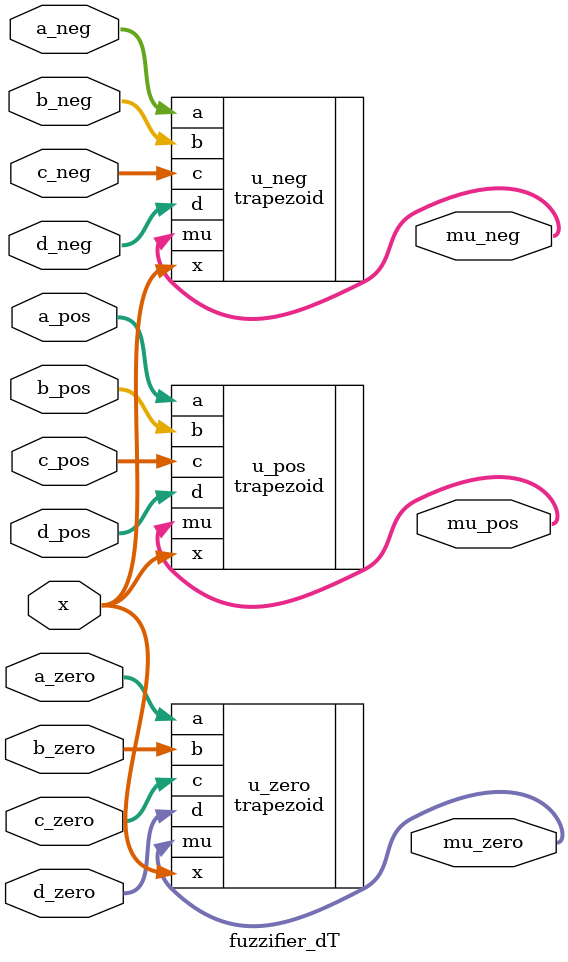
<source format=sv>
module fuzzifier_dT (
  input  logic signed [7:0] x,
  input  logic signed [7:0] a_neg,
  input  logic signed [7:0] b_neg,
  input  logic signed [7:0] c_neg,
  input  logic signed [7:0] d_neg,
  input  logic signed [7:0] a_zero,
  input  logic signed [7:0] b_zero,
  input  logic signed [7:0] c_zero,
  input  logic signed [7:0] d_zero,
  input  logic signed [7:0] a_pos,
  input  logic signed [7:0] b_pos,
  input  logic signed [7:0] c_pos,
  input  logic signed [7:0] d_pos,
  output logic        [15:0] mu_neg,   // Q1.15
  output logic        [15:0] mu_zero,  // Q1.15
  output logic        [15:0] mu_pos    // Q1.15
);

  trapezoid u_neg  (.x(x), .a(a_neg),  .b(b_neg),  .c(c_neg),  .d(d_neg),  .mu(mu_neg));
  trapezoid u_zero (.x(x), .a(a_zero), .b(b_zero), .c(c_zero), .d(d_zero), .mu(mu_zero));
  trapezoid u_pos  (.x(x), .a(a_pos),  .b(b_pos),  .c(c_pos),  .d(d_pos),  .mu(mu_pos));

endmodule

</source>
